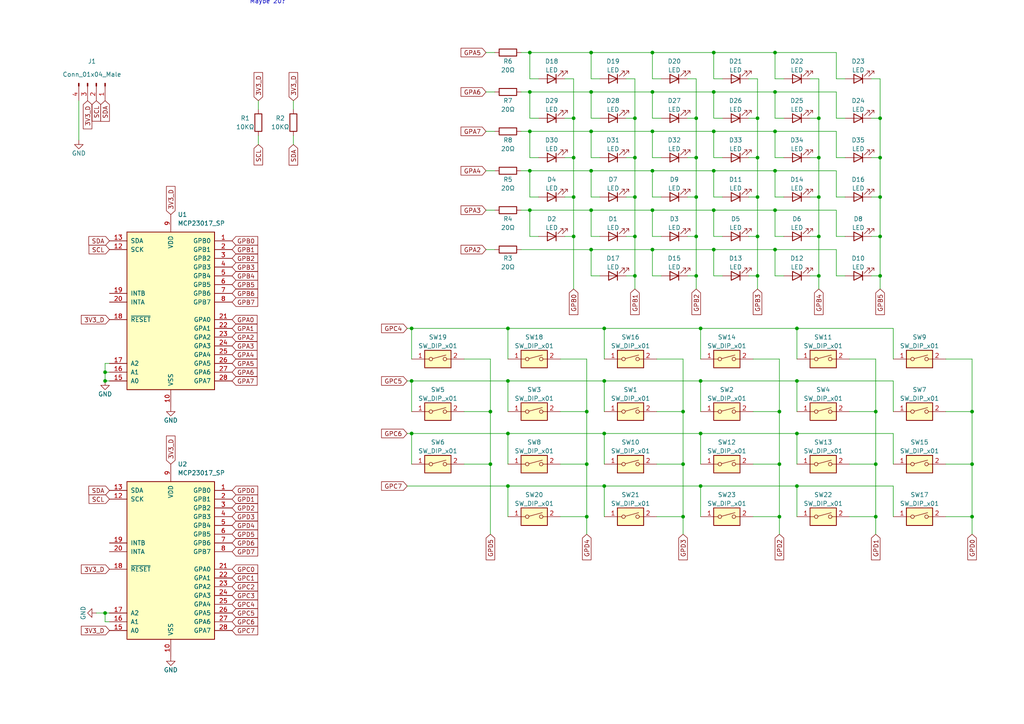
<source format=kicad_sch>
(kicad_sch (version 20211123) (generator eeschema)
  (paper "A4")
  (title_block (title "Daisy Seed Development Kit Step Sequencer Interface") (date "2024-01-22") (rev "2.0"))
  (lib_symbols
    (symbol "Connector:Conn_01x04_Male" (pin_names (offset 1.016) hide)
      (property "Reference" "J" (at 0 5.08 0))
      (property "Value" "Conn_01x04_Male" (at 0 -7.62 0))
      (symbol "Conn_01x04_Male_1_1"
        (polyline (pts (xy 1.27 -5.08) (xy 0.8636 -5.08)) (stroke (width 0.1524)))
        (polyline (pts (xy 1.27 -2.54) (xy 0.8636 -2.54)) (stroke (width 0.1524)))
        (polyline (pts (xy 1.27 0) (xy 0.8636 0)) (stroke (width 0.1524)))
        (polyline (pts (xy 1.27 2.54) (xy 0.8636 2.54)) (stroke (width 0.1524)))
        (rectangle (start 0.8636 -4.953) (end 0 -5.207) (stroke (width 0.1524)) (fill (type outline)))
        (rectangle (start 0.8636 -2.413) (end 0 -2.667) (stroke (width 0.1524)) (fill (type outline)))
        (rectangle (start 0.8636 0.127) (end 0 -0.127) (stroke (width 0.1524)) (fill (type outline)))
        (rectangle (start 0.8636 2.667) (end 0 2.413) (stroke (width 0.1524)) (fill (type outline)))
        (pin passive line (at 5.08 2.54 180) (length 3.81) (name "Pin_1") (number "1"))
        (pin passive line (at 5.08 0 180) (length 3.81) (name "Pin_2") (number "2"))
        (pin passive line (at 5.08 -2.54 180) (length 3.81) (name "Pin_3") (number "3"))
        (pin passive line (at 5.08 -5.08 180) (length 3.81) (name "Pin_4") (number "4"))
      )
    )
    (symbol "Device:LED" (pin_numbers hide) (pin_names (offset 1.016) hide)
      (property "Reference" "D" (at 0 2.54 0))
      (property "Value" "LED" (at 0 -2.54 0))
      (symbol "LED_0_1"
        (polyline (pts (xy -1.27 -1.27) (xy -1.27 1.27)) (stroke (width 0.254)))
        (polyline (pts (xy -1.27 0) (xy 1.27 0)))
        (polyline (pts (xy 1.27 -1.27) (xy 1.27 1.27) (xy -1.27 0) (xy 1.27 -1.27)) (stroke (width 0.254)))
        (polyline (pts (xy -3.048 -0.762) (xy -4.572 -2.286) (xy -3.81 -2.286) (xy -4.572 -2.286) (xy -4.572 -1.524)))
        (polyline (pts (xy -1.778 -0.762) (xy -3.302 -2.286) (xy -2.54 -2.286) (xy -3.302 -2.286) (xy -3.302 -1.524)))
      )
      (symbol "LED_1_1"
        (pin passive line (at -3.81 0 0) (length 2.54) (name "K") (number "1"))
        (pin passive line (at 3.81 0 180) (length 2.54) (name "A") (number "2"))
      )
    )
    (symbol "Device:R" (pin_numbers hide) (pin_names (offset 0))
      (property "Reference" "R" (at 2.032 0 90))
      (property "Value" "R" (at 0 0 90))
      (symbol "R_0_1"
        (rectangle (start -1.016 -2.54) (end 1.016 2.54) (stroke (width 0.254)))
      )
      (symbol "R_1_1"
        (pin passive line (at 0 3.81 270) (length 1.27) (name "~") (number "1"))
        (pin passive line (at 0 -3.81 90) (length 1.27) (name "~") (number "2"))
      )
    )
    (symbol "Interface_Expansion:MCP23017_SP" (pin_names (offset 1.016))
      (property "Reference" "U" (at -11.43 24.13 0))
      (property "Value" "MCP23017_SP" (at 0 0 0))
      (symbol "MCP23017_SP_0_1"
        (rectangle (start -12.7 22.86) (end 12.7 -22.86) (stroke (width 0.254)) (fill (type background)))
      )
      (symbol "MCP23017_SP_1_1"
        (pin bidirectional line (at 17.78 20.32 180) (length 5.08) (name "GPB0") (number "1"))
        (pin power_in line (at 0 -27.94 90) (length 5.08) (name "VSS") (number "10"))
        (pin no_connect line (at -12.7 15.24 0) (length 5.08) hide (name "NC") (number "11"))
        (pin input line (at -17.78 17.78 0) (length 5.08) (name "SCK") (number "12"))
        (pin bidirectional line (at -17.78 20.32 0) (length 5.08) (name "SDA") (number "13"))
        (pin no_connect line (at -12.7 12.7 0) (length 5.08) hide (name "NC") (number "14"))
        (pin input line (at -17.78 -20.32 0) (length 5.08) (name "A0") (number "15"))
        (pin input line (at -17.78 -17.78 0) (length 5.08) (name "A1") (number "16"))
        (pin input line (at -17.78 -15.24 0) (length 5.08) (name "A2") (number "17"))
        (pin input line (at -17.78 -2.54 0) (length 5.08) (name "~{RESET}") (number "18"))
        (pin tri_state line (at -17.78 5.08 0) (length 5.08) (name "INTB") (number "19"))
        (pin bidirectional line (at 17.78 17.78 180) (length 5.08) (name "GPB1") (number "2"))
        (pin tri_state line (at -17.78 2.54 0) (length 5.08) (name "INTA") (number "20"))
        (pin bidirectional line (at 17.78 -2.54 180) (length 5.08) (name "GPA0") (number "21"))
        (pin bidirectional line (at 17.78 -5.08 180) (length 5.08) (name "GPA1") (number "22"))
        (pin bidirectional line (at 17.78 -7.62 180) (length 5.08) (name "GPA2") (number "23"))
        (pin bidirectional line (at 17.78 -10.16 180) (length 5.08) (name "GPA3") (number "24"))
        (pin bidirectional line (at 17.78 -12.7 180) (length 5.08) (name "GPA4") (number "25"))
        (pin bidirectional line (at 17.78 -15.24 180) (length 5.08) (name "GPA5") (number "26"))
        (pin bidirectional line (at 17.78 -17.78 180) (length 5.08) (name "GPA6") (number "27"))
        (pin bidirectional line (at 17.78 -20.32 180) (length 5.08) (name "GPA7") (number "28"))
        (pin bidirectional line (at 17.78 15.24 180) (length 5.08) (name "GPB2") (number "3"))
        (pin bidirectional line (at 17.78 12.7 180) (length 5.08) (name "GPB3") (number "4"))
        (pin bidirectional line (at 17.78 10.16 180) (length 5.08) (name "GPB4") (number "5"))
        (pin bidirectional line (at 17.78 7.62 180) (length 5.08) (name "GPB5") (number "6"))
        (pin bidirectional line (at 17.78 5.08 180) (length 5.08) (name "GPB6") (number "7"))
        (pin bidirectional line (at 17.78 2.54 180) (length 5.08) (name "GPB7") (number "8"))
        (pin power_in line (at 0 27.94 270) (length 5.08) (name "VDD") (number "9"))
      )
    )
    (symbol "Switch:SW_DIP_x01" (pin_names (offset 0) hide)
      (property "Reference" "SW" (at 0 3.81 0))
      (property "Value" "SW_DIP_x01" (at 0 -3.81 0))
      (symbol "SW_DIP_x01_0_0"
        (circle (center -2.032 0) (radius 0.508))
        (polyline (pts (xy -1.524 0.127) (xy 2.3622 1.1684)))
        (circle (center 2.032 0) (radius 0.508))
      )
      (symbol "SW_DIP_x01_0_1"
        (rectangle (start -3.81 2.54) (end 3.81 -2.54) (stroke (width 0.254)) (fill (type background)))
      )
      (symbol "SW_DIP_x01_1_1"
        (pin passive line (at -7.62 0 0) (length 5.08) (name "~") (number "1"))
        (pin passive line (at 7.62 0 180) (length 5.08) (name "~") (number "2"))
      )
    )
    (symbol "power:GND" (power) (pin_names (offset 0))
      (property "Value" "GND" (at 0 -3.81 0))
      (symbol "GND_0_1"
        (polyline (pts (xy 0 0) (xy 0 -1.27) (xy 1.27 -1.27) (xy 0 -2.54) (xy -1.27 -1.27) (xy 0 -1.27)))
      )
      (symbol "GND_1_1"
        (pin power_in line (at 0 0 270) (length 0) hide (name "GND") (number "1"))
      )
    )
  )
  (junction (at 224.79 72.39))
  (junction (at 189.23 15.24))
  (junction (at 153.67 15.24))
  (junction (at 224.79 49.53))
  (junction (at 237.49 34.29))
  (junction (at 30.48 177.8))
  (junction (at 142.24 134.62))
  (junction (at 254 119.38))
  (junction (at 166.37 34.29))
  (junction (at 281.94 119.38))
  (junction (at 166.37 57.15))
  (junction (at 189.23 26.67))
  (junction (at 255.27 34.29))
  (junction (at 171.45 60.96))
  (junction (at 254 134.62))
  (junction (at 237.49 45.72))
  (junction (at 231.14 95.25))
  (junction (at 184.15 57.15))
  (junction (at 255.27 45.72))
  (junction (at 201.93 68.58))
  (junction (at 171.45 26.67))
  (junction (at 207.01 26.67))
  (junction (at 255.27 80.01))
  (junction (at 175.26 140.97))
  (junction (at 189.23 60.96))
  (junction (at 226.06 134.62))
  (junction (at 237.49 80.01))
  (junction (at 237.49 57.15))
  (junction (at 198.12 119.38))
  (junction (at 189.23 49.53))
  (junction (at 166.37 68.58))
  (junction (at 147.32 125.73))
  (junction (at 153.67 49.53))
  (junction (at 224.79 15.24))
  (junction (at 281.94 149.86))
  (junction (at 231.14 140.97))
  (junction (at 201.93 34.29))
  (junction (at 219.71 34.29))
  (junction (at 231.14 110.49))
  (junction (at 184.15 68.58))
  (junction (at 171.45 38.1))
  (junction (at 207.01 15.24))
  (junction (at 203.2 140.97))
  (junction (at 30.48 110.49))
  (junction (at 219.71 57.15))
  (junction (at 203.2 125.73))
  (junction (at 147.32 110.49))
  (junction (at 175.26 110.49))
  (junction (at 184.15 45.72))
  (junction (at 207.01 49.53))
  (junction (at 175.26 95.25))
  (junction (at 226.06 119.38))
  (junction (at 153.67 26.67))
  (junction (at 207.01 38.1))
  (junction (at 224.79 38.1))
  (junction (at 219.71 80.01))
  (junction (at 166.37 45.72))
  (junction (at 119.38 125.73))
  (junction (at 203.2 110.49))
  (junction (at 219.71 68.58))
  (junction (at 224.79 26.67))
  (junction (at 198.12 134.62))
  (junction (at 255.27 57.15))
  (junction (at 184.15 80.01))
  (junction (at 201.93 80.01))
  (junction (at 175.26 125.73))
  (junction (at 254 149.86))
  (junction (at 219.71 45.72))
  (junction (at 237.49 68.58))
  (junction (at 171.45 49.53))
  (junction (at 226.06 149.86))
  (junction (at 171.45 72.39))
  (junction (at 142.24 119.38))
  (junction (at 198.12 149.86))
  (junction (at 119.38 110.49))
  (junction (at 153.67 60.96))
  (junction (at 189.23 38.1))
  (junction (at 189.23 72.39))
  (junction (at 147.32 95.25))
  (junction (at 255.27 68.58))
  (junction (at 207.01 72.39))
  (junction (at 281.94 134.62))
  (junction (at 170.18 134.62))
  (junction (at 30.48 107.95))
  (junction (at 119.38 95.25))
  (junction (at 184.15 34.29))
  (junction (at 224.79 60.96))
  (junction (at 231.14 125.73))
  (junction (at 201.93 45.72))
  (junction (at 153.67 38.1))
  (junction (at 171.45 15.24))
  (junction (at 207.01 60.96))
  (junction (at 147.32 140.97))
  (junction (at 170.18 149.86))
  (junction (at 203.2 95.25))
  (junction (at 170.18 119.38))
  (junction (at 201.93 57.15))
  (wire (pts (xy 171.45 60.96) (xy 189.23 60.96)))
  (wire (pts (xy 281.94 134.62) (xy 281.94 119.38)))
  (wire (pts (xy 252.73 57.15) (xy 255.27 57.15)))
  (wire (pts (xy 224.79 34.29) (xy 227.33 34.29)))
  (wire (pts (xy 219.71 68.58) (xy 219.71 80.01)))
  (wire (pts (xy 207.01 80.01) (xy 209.55 80.01)))
  (wire (pts (xy 118.11 125.73) (xy 119.38 125.73)))
  (wire (pts (xy 217.17 34.29) (xy 219.71 34.29)))
  (wire (pts (xy 226.06 119.38) (xy 218.44 119.38)))
  (wire (pts (xy 231.14 140.97) (xy 231.14 149.86)))
  (wire (pts (xy 252.73 22.86) (xy 255.27 22.86)))
  (wire (pts (xy 162.56 104.14) (xy 170.18 104.14)))
  (wire (pts (xy 147.32 110.49) (xy 147.32 119.38)))
  (wire (pts (xy 163.83 45.72) (xy 166.37 45.72)))
  (wire (pts (xy 184.15 45.72) (xy 184.15 57.15)))
  (wire (pts (xy 255.27 57.15) (xy 255.27 68.58)))
  (wire (pts (xy 171.45 49.53) (xy 189.23 49.53)))
  (wire (pts (xy 142.24 119.38) (xy 142.24 134.62)))
  (wire (pts (xy 224.79 15.24) (xy 224.79 22.86)))
  (wire (pts (xy 171.45 15.24) (xy 189.23 15.24)))
  (wire (pts (xy 281.94 119.38) (xy 274.32 119.38)))
  (wire (pts (xy 219.71 34.29) (xy 219.71 45.72)))
  (wire (pts (xy 224.79 26.67) (xy 224.79 34.29)))
  (wire (pts (xy 242.57 26.67) (xy 242.57 34.29)))
  (wire (pts (xy 151.13 26.67) (xy 153.67 26.67)))
  (wire (pts (xy 166.37 68.58) (xy 166.37 83.82)))
  (wire (pts (xy 30.48 107.95) (xy 30.48 110.49)))
  (wire (pts (xy 242.57 45.72) (xy 245.11 45.72)))
  (wire (pts (xy 119.38 95.25) (xy 119.38 104.14)))
  (wire (pts (xy 281.94 119.38) (xy 281.94 104.14)))
  (wire (pts (xy 30.48 177.8) (xy 30.48 180.34)))
  (wire (pts (xy 254 104.14) (xy 254 119.38)))
  (wire (pts (xy 199.39 80.01) (xy 201.93 80.01)))
  (wire (pts (xy 175.26 110.49) (xy 175.26 119.38)))
  (wire (pts (xy 226.06 149.86) (xy 218.44 149.86)))
  (wire (pts (xy 207.01 57.15) (xy 209.55 57.15)))
  (wire (pts (xy 255.27 80.01) (xy 255.27 83.82)))
  (wire (pts (xy 207.01 68.58) (xy 209.55 68.58)))
  (wire (pts (xy 153.67 49.53) (xy 153.67 57.15)))
  (wire (pts (xy 140.97 26.67) (xy 143.51 26.67)))
  (wire (pts (xy 237.49 68.58) (xy 237.49 80.01)))
  (wire (pts (xy 201.93 80.01) (xy 201.93 83.82)))
  (wire (pts (xy 175.26 95.25) (xy 203.2 95.25)))
  (wire (pts (xy 153.67 26.67) (xy 171.45 26.67)))
  (wire (pts (xy 224.79 26.67) (xy 242.57 26.67)))
  (wire (pts (xy 189.23 38.1) (xy 207.01 38.1)))
  (wire (pts (xy 203.2 95.25) (xy 203.2 104.14)))
  (wire (pts (xy 201.93 22.86) (xy 201.93 34.29)))
  (wire (pts (xy 153.67 15.24) (xy 153.67 22.86)))
  (wire (pts (xy 162.56 134.62) (xy 170.18 134.62)))
  (wire (pts (xy 171.45 15.24) (xy 171.45 22.86)))
  (wire (pts (xy 153.67 60.96) (xy 171.45 60.96)))
  (wire (pts (xy 198.12 134.62) (xy 190.5 134.62)))
  (wire (pts (xy 231.14 95.25) (xy 259.08 95.25)))
  (wire (pts (xy 189.23 72.39) (xy 189.23 80.01)))
  (wire (pts (xy 140.97 38.1) (xy 143.51 38.1)))
  (wire (pts (xy 199.39 22.86) (xy 201.93 22.86)))
  (wire (pts (xy 147.32 125.73) (xy 147.32 134.62)))
  (wire (pts (xy 175.26 140.97) (xy 203.2 140.97)))
  (wire (pts (xy 234.95 80.01) (xy 237.49 80.01)))
  (wire (pts (xy 171.45 72.39) (xy 171.45 80.01)))
  (wire (pts (xy 134.62 134.62) (xy 142.24 134.62)))
  (wire (pts (xy 181.61 57.15) (xy 184.15 57.15)))
  (wire (pts (xy 171.45 26.67) (xy 171.45 34.29)))
  (wire (pts (xy 184.15 80.01) (xy 184.15 83.82)))
  (wire (pts (xy 207.01 22.86) (xy 209.55 22.86)))
  (wire (pts (xy 224.79 57.15) (xy 227.33 57.15)))
  (wire (pts (xy 163.83 22.86) (xy 166.37 22.86)))
  (wire (pts (xy 162.56 149.86) (xy 170.18 149.86)))
  (wire (pts (xy 226.06 134.62) (xy 226.06 119.38)))
  (wire (pts (xy 85.09 39.37) (xy 85.09 41.91)))
  (wire (pts (xy 171.45 72.39) (xy 189.23 72.39)))
  (wire (pts (xy 203.2 140.97) (xy 203.2 149.86)))
  (wire (pts (xy 224.79 60.96) (xy 242.57 60.96)))
  (wire (pts (xy 217.17 80.01) (xy 219.71 80.01)))
  (wire (pts (xy 140.97 49.53) (xy 143.51 49.53)))
  (wire (pts (xy 281.94 149.86) (xy 274.32 149.86)))
  (wire (pts (xy 207.01 49.53) (xy 224.79 49.53)))
  (wire (pts (xy 242.57 80.01) (xy 245.11 80.01)))
  (wire (pts (xy 226.06 149.86) (xy 226.06 154.94)))
  (wire (pts (xy 231.14 95.25) (xy 231.14 104.14)))
  (wire (pts (xy 153.67 26.67) (xy 153.67 34.29)))
  (wire (pts (xy 171.45 68.58) (xy 173.99 68.58)))
  (wire (pts (xy 199.39 45.72) (xy 201.93 45.72)))
  (wire (pts (xy 224.79 68.58) (xy 227.33 68.58)))
  (wire (pts (xy 207.01 60.96) (xy 224.79 60.96)))
  (wire (pts (xy 171.45 80.01) (xy 173.99 80.01)))
  (wire (pts (xy 175.26 110.49) (xy 203.2 110.49)))
  (wire (pts (xy 175.26 95.25) (xy 175.26 104.14)))
  (wire (pts (xy 181.61 80.01) (xy 184.15 80.01)))
  (wire (pts (xy 224.79 49.53) (xy 224.79 57.15)))
  (wire (pts (xy 166.37 34.29) (xy 166.37 45.72)))
  (wire (pts (xy 224.79 49.53) (xy 242.57 49.53)))
  (wire (pts (xy 219.71 80.01) (xy 219.71 83.82)))
  (wire (pts (xy 153.67 68.58) (xy 156.21 68.58)))
  (wire (pts (xy 234.95 22.86) (xy 237.49 22.86)))
  (wire (pts (xy 254 149.86) (xy 254 154.94)))
  (wire (pts (xy 201.93 68.58) (xy 201.93 80.01)))
  (wire (pts (xy 27.94 177.8) (xy 30.48 177.8)))
  (wire (pts (xy 226.06 119.38) (xy 226.06 104.14)))
  (wire (pts (xy 217.17 45.72) (xy 219.71 45.72)))
  (wire (pts (xy 252.73 45.72) (xy 255.27 45.72)))
  (wire (pts (xy 22.86 29.21) (xy 22.86 40.64)))
  (wire (pts (xy 255.27 45.72) (xy 255.27 57.15)))
  (wire (pts (xy 281.94 134.62) (xy 274.32 134.62)))
  (wire (pts (xy 153.67 15.24) (xy 171.45 15.24)))
  (wire (pts (xy 163.83 57.15) (xy 166.37 57.15)))
  (wire (pts (xy 254 134.62) (xy 254 149.86)))
  (wire (pts (xy 281.94 149.86) (xy 281.94 154.94)))
  (wire (pts (xy 181.61 45.72) (xy 184.15 45.72)))
  (wire (pts (xy 207.01 60.96) (xy 207.01 68.58)))
  (wire (pts (xy 231.14 110.49) (xy 259.08 110.49)))
  (wire (pts (xy 171.45 45.72) (xy 173.99 45.72)))
  (wire (pts (xy 189.23 22.86) (xy 191.77 22.86)))
  (wire (pts (xy 153.67 34.29) (xy 156.21 34.29)))
  (wire (pts (xy 134.62 119.38) (xy 142.24 119.38)))
  (wire (pts (xy 201.93 34.29) (xy 201.93 45.72)))
  (wire (pts (xy 219.71 57.15) (xy 219.71 68.58)))
  (wire (pts (xy 170.18 149.86) (xy 170.18 154.94)))
  (wire (pts (xy 252.73 80.01) (xy 255.27 80.01)))
  (wire (pts (xy 147.32 110.49) (xy 175.26 110.49)))
  (wire (pts (xy 153.67 49.53) (xy 171.45 49.53)))
  (wire (pts (xy 242.57 34.29) (xy 245.11 34.29)))
  (wire (pts (xy 207.01 49.53) (xy 207.01 57.15)))
  (wire (pts (xy 30.48 107.95) (xy 31.75 107.95)))
  (wire (pts (xy 242.57 15.24) (xy 242.57 22.86)))
  (wire (pts (xy 217.17 57.15) (xy 219.71 57.15)))
  (wire (pts (xy 242.57 60.96) (xy 242.57 68.58)))
  (wire (pts (xy 246.38 104.14) (xy 254 104.14)))
  (wire (pts (xy 237.49 57.15) (xy 237.49 68.58)))
  (wire (pts (xy 189.23 80.01) (xy 191.77 80.01)))
  (wire (pts (xy 166.37 57.15) (xy 166.37 68.58)))
  (wire (pts (xy 119.38 110.49) (xy 147.32 110.49)))
  (wire (pts (xy 207.01 34.29) (xy 209.55 34.29)))
  (wire (pts (xy 217.17 22.86) (xy 219.71 22.86)))
  (wire (pts (xy 207.01 15.24) (xy 207.01 22.86)))
  (wire (pts (xy 242.57 38.1) (xy 242.57 45.72)))
  (wire (pts (xy 259.08 134.62) (xy 259.08 125.73)))
  (wire (pts (xy 224.79 45.72) (xy 227.33 45.72)))
  (wire (pts (xy 153.67 57.15) (xy 156.21 57.15)))
  (wire (pts (xy 207.01 38.1) (xy 207.01 45.72)))
  (wire (pts (xy 153.67 60.96) (xy 153.67 68.58)))
  (wire (pts (xy 231.14 110.49) (xy 231.14 119.38)))
  (wire (pts (xy 162.56 119.38) (xy 170.18 119.38)))
  (wire (pts (xy 30.48 110.49) (xy 31.75 110.49)))
  (wire (pts (xy 190.5 104.14) (xy 198.12 104.14)))
  (wire (pts (xy 242.57 57.15) (xy 245.11 57.15)))
  (wire (pts (xy 30.48 105.41) (xy 30.48 107.95)))
  (wire (pts (xy 224.79 22.86) (xy 227.33 22.86)))
  (wire (pts (xy 171.45 57.15) (xy 173.99 57.15)))
  (wire (pts (xy 147.32 140.97) (xy 147.32 149.86)))
  (wire (pts (xy 237.49 80.01) (xy 237.49 83.82)))
  (wire (pts (xy 119.38 125.73) (xy 119.38 134.62)))
  (wire (pts (xy 171.45 49.53) (xy 171.45 57.15)))
  (wire (pts (xy 184.15 68.58) (xy 184.15 80.01)))
  (wire (pts (xy 224.79 80.01) (xy 227.33 80.01)))
  (wire (pts (xy 242.57 68.58) (xy 245.11 68.58)))
  (wire (pts (xy 189.23 34.29) (xy 191.77 34.29)))
  (wire (pts (xy 170.18 134.62) (xy 170.18 149.86)))
  (wire (pts (xy 198.12 134.62) (xy 198.12 149.86)))
  (wire (pts (xy 119.38 110.49) (xy 119.38 119.38)))
  (wire (pts (xy 224.79 60.96) (xy 224.79 68.58)))
  (wire (pts (xy 231.14 125.73) (xy 259.08 125.73)))
  (wire (pts (xy 171.45 26.67) (xy 189.23 26.67)))
  (wire (pts (xy 203.2 95.25) (xy 231.14 95.25)))
  (wire (pts (xy 140.97 72.39) (xy 143.51 72.39)))
  (wire (pts (xy 151.13 72.39) (xy 171.45 72.39)))
  (wire (pts (xy 203.2 140.97) (xy 231.14 140.97)))
  (wire (pts (xy 198.12 119.38) (xy 190.5 119.38)))
  (wire (pts (xy 189.23 26.67) (xy 207.01 26.67)))
  (wire (pts (xy 189.23 38.1) (xy 189.23 45.72)))
  (wire (pts (xy 163.83 34.29) (xy 166.37 34.29)))
  (wire (pts (xy 151.13 49.53) (xy 153.67 49.53)))
  (wire (pts (xy 189.23 60.96) (xy 207.01 60.96)))
  (wire (pts (xy 242.57 49.53) (xy 242.57 57.15)))
  (wire (pts (xy 171.45 34.29) (xy 173.99 34.29)))
  (wire (pts (xy 254 119.38) (xy 254 134.62)))
  (wire (pts (xy 140.97 60.96) (xy 143.51 60.96)))
  (wire (pts (xy 175.26 140.97) (xy 175.26 149.86)))
  (wire (pts (xy 207.01 26.67) (xy 207.01 34.29)))
  (wire (pts (xy 118.11 95.25) (xy 119.38 95.25)))
  (wire (pts (xy 181.61 34.29) (xy 184.15 34.29)))
  (wire (pts (xy 274.32 104.14) (xy 281.94 104.14)))
  (wire (pts (xy 31.75 177.8) (xy 30.48 177.8)))
  (wire (pts (xy 85.09 31.75) (xy 85.09 29.21)))
  (wire (pts (xy 189.23 57.15) (xy 191.77 57.15)))
  (wire (pts (xy 198.12 149.86) (xy 190.5 149.86)))
  (wire (pts (xy 234.95 45.72) (xy 237.49 45.72)))
  (wire (pts (xy 217.17 68.58) (xy 219.71 68.58)))
  (wire (pts (xy 140.97 15.24) (xy 143.51 15.24)))
  (wire (pts (xy 255.27 34.29) (xy 255.27 45.72)))
  (wire (pts (xy 189.23 26.67) (xy 189.23 34.29)))
  (wire (pts (xy 255.27 68.58) (xy 255.27 80.01)))
  (wire (pts (xy 189.23 15.24) (xy 189.23 22.86)))
  (wire (pts (xy 226.06 134.62) (xy 226.06 149.86)))
  (wire (pts (xy 246.38 134.62) (xy 254 134.62)))
  (wire (pts (xy 246.38 119.38) (xy 254 119.38)))
  (wire (pts (xy 259.08 104.14) (xy 259.08 95.25)))
  (wire (pts (xy 184.15 22.86) (xy 184.15 34.29)))
  (wire (pts (xy 147.32 125.73) (xy 175.26 125.73)))
  (wire (pts (xy 181.61 68.58) (xy 184.15 68.58)))
  (wire (pts (xy 242.57 72.39) (xy 242.57 80.01)))
  (wire (pts (xy 224.79 72.39) (xy 224.79 80.01)))
  (wire (pts (xy 166.37 45.72) (xy 166.37 57.15)))
  (wire (pts (xy 147.32 95.25) (xy 175.26 95.25)))
  (wire (pts (xy 234.95 57.15) (xy 237.49 57.15)))
  (wire (pts (xy 198.12 149.86) (xy 198.12 154.94)))
  (wire (pts (xy 184.15 34.29) (xy 184.15 45.72)))
  (wire (pts (xy 189.23 15.24) (xy 207.01 15.24)))
  (wire (pts (xy 189.23 60.96) (xy 189.23 68.58)))
  (wire (pts (xy 184.15 57.15) (xy 184.15 68.58)))
  (wire (pts (xy 219.71 45.72) (xy 219.71 57.15)))
  (wire (pts (xy 246.38 149.86) (xy 254 149.86)))
  (wire (pts (xy 207.01 72.39) (xy 224.79 72.39)))
  (wire (pts (xy 171.45 38.1) (xy 189.23 38.1)))
  (wire (pts (xy 119.38 125.73) (xy 147.32 125.73)))
  (wire (pts (xy 237.49 34.29) (xy 237.49 45.72)))
  (wire (pts (xy 175.26 125.73) (xy 175.26 134.62)))
  (wire (pts (xy 224.79 72.39) (xy 242.57 72.39)))
  (wire (pts (xy 203.2 125.73) (xy 203.2 134.62)))
  (wire (pts (xy 189.23 72.39) (xy 207.01 72.39)))
  (wire (pts (xy 147.32 140.97) (xy 175.26 140.97)))
  (wire (pts (xy 147.32 95.25) (xy 147.32 104.14)))
  (wire (pts (xy 234.95 68.58) (xy 237.49 68.58)))
  (wire (pts (xy 252.73 34.29) (xy 255.27 34.29)))
  (wire (pts (xy 199.39 34.29) (xy 201.93 34.29)))
  (wire (pts (xy 198.12 119.38) (xy 198.12 104.14)))
  (wire (pts (xy 231.14 140.97) (xy 259.08 140.97)))
  (wire (pts (xy 119.38 95.25) (xy 147.32 95.25)))
  (wire (pts (xy 153.67 45.72) (xy 156.21 45.72)))
  (wire (pts (xy 224.79 15.24) (xy 242.57 15.24)))
  (wire (pts (xy 252.73 68.58) (xy 255.27 68.58)))
  (wire (pts (xy 207.01 38.1) (xy 224.79 38.1)))
  (wire (pts (xy 259.08 149.86) (xy 259.08 140.97)))
  (wire (pts (xy 171.45 60.96) (xy 171.45 68.58)))
  (wire (pts (xy 189.23 49.53) (xy 207.01 49.53)))
  (wire (pts (xy 171.45 38.1) (xy 171.45 45.72)))
  (wire (pts (xy 166.37 22.86) (xy 166.37 34.29)))
  (wire (pts (xy 237.49 45.72) (xy 237.49 57.15)))
  (wire (pts (xy 189.23 68.58) (xy 191.77 68.58)))
  (wire (pts (xy 118.11 140.97) (xy 147.32 140.97)))
  (wire (pts (xy 201.93 45.72) (xy 201.93 57.15)))
  (wire (pts (xy 30.48 180.34) (xy 31.75 180.34)))
  (wire (pts (xy 189.23 45.72) (xy 191.77 45.72)))
  (wire (pts (xy 151.13 60.96) (xy 153.67 60.96)))
  (wire (pts (xy 170.18 119.38) (xy 170.18 134.62)))
  (wire (pts (xy 203.2 110.49) (xy 203.2 119.38)))
  (wire (pts (xy 153.67 22.86) (xy 156.21 22.86)))
  (wire (pts (xy 198.12 134.62) (xy 198.12 119.38)))
  (wire (pts (xy 224.79 38.1) (xy 224.79 45.72)))
  (wire (pts (xy 259.08 119.38) (xy 259.08 110.49)))
  (wire (pts (xy 219.71 22.86) (xy 219.71 34.29)))
  (wire (pts (xy 151.13 38.1) (xy 153.67 38.1)))
  (wire (pts (xy 170.18 104.14) (xy 170.18 119.38)))
  (wire (pts (xy 74.93 39.37) (xy 74.93 41.91)))
  (wire (pts (xy 237.49 22.86) (xy 237.49 34.29)))
  (wire (pts (xy 189.23 49.53) (xy 189.23 57.15)))
  (wire (pts (xy 203.2 125.73) (xy 231.14 125.73)))
  (wire (pts (xy 207.01 26.67) (xy 224.79 26.67)))
  (wire (pts (xy 134.62 104.14) (xy 142.24 104.14)))
  (wire (pts (xy 207.01 72.39) (xy 207.01 80.01)))
  (wire (pts (xy 199.39 57.15) (xy 201.93 57.15)))
  (wire (pts (xy 207.01 15.24) (xy 224.79 15.24)))
  (wire (pts (xy 163.83 68.58) (xy 166.37 68.58)))
  (wire (pts (xy 74.93 31.75) (xy 74.93 29.21)))
  (wire (pts (xy 153.67 38.1) (xy 153.67 45.72)))
  (wire (pts (xy 31.75 105.41) (xy 30.48 105.41)))
  (wire (pts (xy 201.93 57.15) (xy 201.93 68.58)))
  (wire (pts (xy 171.45 22.86) (xy 173.99 22.86)))
  (wire (pts (xy 234.95 34.29) (xy 237.49 34.29)))
  (wire (pts (xy 181.61 22.86) (xy 184.15 22.86)))
  (wire (pts (xy 207.01 45.72) (xy 209.55 45.72)))
  (wire (pts (xy 255.27 22.86) (xy 255.27 34.29)))
  (wire (pts (xy 281.94 134.62) (xy 281.94 149.86)))
  (wire (pts (xy 242.57 22.86) (xy 245.11 22.86)))
  (wire (pts (xy 231.14 125.73) (xy 231.14 134.62)))
  (wire (pts (xy 199.39 68.58) (xy 201.93 68.58)))
  (wire (pts (xy 224.79 38.1) (xy 242.57 38.1)))
  (wire (pts (xy 118.11 110.49) (xy 119.38 110.49)))
  (wire (pts (xy 226.06 134.62) (xy 218.44 134.62)))
  (wire (pts (xy 142.24 134.62) (xy 142.24 154.94)))
  (wire (pts (xy 153.67 38.1) (xy 171.45 38.1)))
  (wire (pts (xy 151.13 15.24) (xy 153.67 15.24)))
  (wire (pts (xy 226.06 104.14) (xy 218.44 104.14)))
  (wire (pts (xy 203.2 110.49) (xy 231.14 110.49)))
  (wire (pts (xy 142.24 104.14) (xy 142.24 119.38)))
  (wire (pts (xy 175.26 125.73) (xy 203.2 125.73)))
  (text "Maybe 20?" (at 72.39 1.27 0) (effects (font (size 1.27 1.27)) (justify left bottom)))
  (global_label "GPA3" (shape input) (at 140.97 60.96 180) (property "Intersheet References" "${INTERSHEET_REFS}" (effects hide)))
  (global_label "GPA6" (shape input) (at 67.31 107.95 0) (property "Intersheet References" "${INTERSHEET_REFS}" (effects hide)))
  (global_label "GPB0" (shape input) (at 67.31 69.85 0) (property "Intersheet References" "${INTERSHEET_REFS}" (effects hide)))
  (global_label "GPA1" (shape input) (at 67.31 95.25 0) (property "Intersheet References" "${INTERSHEET_REFS}" (effects hide)))
  (global_label "GPA5" (shape input) (at 67.31 105.41 0) (property "Intersheet References" "${INTERSHEET_REFS}" (effects hide)))
  (global_label "3V3_D" (shape input) (at 49.53 62.23 90) (property "Intersheet References" "${INTERSHEET_REFS}" (effects hide)))
  (global_label "3V3_D" (shape input) (at 31.75 165.1 180) (property "Intersheet References" "${INTERSHEET_REFS}" (effects hide)))
  (global_label "GPB1" (shape input) (at 67.31 72.39 0) (property "Intersheet References" "${INTERSHEET_REFS}" (effects hide)))
  (global_label "GPB2" (shape input) (at 67.31 74.93 0) (property "Intersheet References" "${INTERSHEET_REFS}" (effects hide)))
  (global_label "GPA0" (shape input) (at 67.31 92.71 0) (property "Intersheet References" "${INTERSHEET_REFS}" (effects hide)))
  (global_label "GPD0" (shape input) (at 281.94 154.94 270) (property "Intersheet References" "${INTERSHEET_REFS}" (effects hide)))
  (global_label "GPD3" (shape input) (at 198.12 154.94 270) (property "Intersheet References" "${INTERSHEET_REFS}" (effects hide)))
  (global_label "3V3_D" (shape input) (at 74.93 29.21 90) (property "Intersheet References" "${INTERSHEET_REFS}" (effects hide)))
  (global_label "SDA" (shape input) (at 31.75 142.24 180) (property "Intersheet References" "${INTERSHEET_REFS}" (effects hide)))
  (global_label "GPD1" (shape input) (at 67.31 144.78 0) (property "Intersheet References" "${INTERSHEET_REFS}" (effects hide)))
  (global_label "GPD6" (shape input) (at 67.31 157.48 0) (property "Intersheet References" "${INTERSHEET_REFS}" (effects hide)))
  (global_label "GPB3" (shape input) (at 219.71 83.82 270) (property "Intersheet References" "${INTERSHEET_REFS}" (effects hide)))
  (global_label "GPD7" (shape input) (at 67.31 160.02 0) (property "Intersheet References" "${INTERSHEET_REFS}" (effects hide)))
  (global_label "GPA7" (shape input) (at 140.97 38.1 180) (property "Intersheet References" "${INTERSHEET_REFS}" (effects hide)))
  (global_label "GPD5" (shape input) (at 142.24 154.94 270) (property "Intersheet References" "${INTERSHEET_REFS}" (effects hide)))
  (global_label "GPA4" (shape input) (at 67.31 102.87 0) (property "Intersheet References" "${INTERSHEET_REFS}" (effects hide)))
  (global_label "SCL" (shape input) (at 31.75 72.39 180) (property "Intersheet References" "${INTERSHEET_REFS}" (effects hide)))
  (global_label "GPA3" (shape input) (at 67.31 100.33 0) (property "Intersheet References" "${INTERSHEET_REFS}" (effects hide)))
  (global_label "GPC5" (shape input) (at 118.11 110.49 180) (property "Intersheet References" "${INTERSHEET_REFS}" (effects hide)))
  (global_label "GPB7" (shape input) (at 67.31 87.63 0) (property "Intersheet References" "${INTERSHEET_REFS}" (effects hide)))
  (global_label "GPB5" (shape input) (at 67.31 82.55 0) (property "Intersheet References" "${INTERSHEET_REFS}" (effects hide)))
  (global_label "SDA" (shape input) (at 30.48 29.21 270) (property "Intersheet References" "${INTERSHEET_REFS}" (effects hide)))
  (global_label "GPA7" (shape input) (at 67.31 110.49 0) (property "Intersheet References" "${INTERSHEET_REFS}" (effects hide)))
  (global_label "GPC6" (shape input) (at 118.11 125.73 180) (property "Intersheet References" "${INTERSHEET_REFS}" (effects hide)))
  (global_label "GPD1" (shape input) (at 254 154.94 270) (property "Intersheet References" "${INTERSHEET_REFS}" (effects hide)))
  (global_label "GPD0" (shape input) (at 67.31 142.24 0) (property "Intersheet References" "${INTERSHEET_REFS}" (effects hide)))
  (global_label "GPD5" (shape input) (at 67.31 154.94 0) (property "Intersheet References" "${INTERSHEET_REFS}" (effects hide)))
  (global_label "GPA4" (shape input) (at 140.97 49.53 180) (property "Intersheet References" "${INTERSHEET_REFS}" (effects hide)))
  (global_label "GPB4" (shape input) (at 237.49 83.82 270) (property "Intersheet References" "${INTERSHEET_REFS}" (effects hide)))
  (global_label "SCL" (shape input) (at 27.94 29.21 270) (property "Intersheet References" "${INTERSHEET_REFS}" (effects hide)))
  (global_label "GPC4" (shape input) (at 118.11 95.25 180) (property "Intersheet References" "${INTERSHEET_REFS}" (effects hide)))
  (global_label "GPB5" (shape input) (at 255.27 83.82 270) (property "Intersheet References" "${INTERSHEET_REFS}" (effects hide)))
  (global_label "SCL" (shape input) (at 31.75 144.78 180) (property "Intersheet References" "${INTERSHEET_REFS}" (effects hide)))
  (global_label "GPC6" (shape input) (at 67.31 180.34 0) (property "Intersheet References" "${INTERSHEET_REFS}" (effects hide)))
  (global_label "3V3_D" (shape input) (at 49.53 134.62 90) (property "Intersheet References" "${INTERSHEET_REFS}" (effects hide)))
  (global_label "GPB1" (shape input) (at 184.15 83.82 270) (property "Intersheet References" "${INTERSHEET_REFS}" (effects hide)))
  (global_label "3V3_D" (shape input) (at 25.4 29.21 270) (property "Intersheet References" "${INTERSHEET_REFS}" (effects hide)))
  (global_label "SDA" (shape input) (at 85.09 41.91 270) (property "Intersheet References" "${INTERSHEET_REFS}" (effects hide)))
  (global_label "GPC1" (shape input) (at 67.31 167.64 0) (property "Intersheet References" "${INTERSHEET_REFS}" (effects hide)))
  (global_label "GPD2" (shape input) (at 67.31 147.32 0) (property "Intersheet References" "${INTERSHEET_REFS}" (effects hide)))
  (global_label "GPD2" (shape input) (at 226.06 154.94 270) (property "Intersheet References" "${INTERSHEET_REFS}" (effects hide)))
  (global_label "3V3_D" (shape input) (at 31.75 92.71 180) (property "Intersheet References" "${INTERSHEET_REFS}" (effects hide)))
  (global_label "GPB2" (shape input) (at 201.93 83.82 270) (property "Intersheet References" "${INTERSHEET_REFS}" (effects hide)))
  (global_label "GPD4" (shape input) (at 170.18 154.94 270) (property "Intersheet References" "${INTERSHEET_REFS}" (effects hide)))
  (global_label "GPA6" (shape input) (at 140.97 26.67 180) (property "Intersheet References" "${INTERSHEET_REFS}" (effects hide)))
  (global_label "3V3_D" (shape input) (at 31.75 182.88 180) (property "Intersheet References" "${INTERSHEET_REFS}" (effects hide)))
  (global_label "SDA" (shape input) (at 31.75 69.85 180) (property "Intersheet References" "${INTERSHEET_REFS}" (effects hide)))
  (global_label "GPD4" (shape input) (at 67.31 152.4 0) (property "Intersheet References" "${INTERSHEET_REFS}" (effects hide)))
  (global_label "3V3_D" (shape input) (at 85.09 29.21 90) (property "Intersheet References" "${INTERSHEET_REFS}" (effects hide)))
  (global_label "GPD3" (shape input) (at 67.31 149.86 0) (property "Intersheet References" "${INTERSHEET_REFS}" (effects hide)))
  (global_label "GPC5" (shape input) (at 67.31 177.8 0) (property "Intersheet References" "${INTERSHEET_REFS}" (effects hide)))
  (global_label "GPB3" (shape input) (at 67.31 77.47 0) (property "Intersheet References" "${INTERSHEET_REFS}" (effects hide)))
  (global_label "GPC0" (shape input) (at 67.31 165.1 0) (property "Intersheet References" "${INTERSHEET_REFS}" (effects hide)))
  (global_label "GPB4" (shape input) (at 67.31 80.01 0) (property "Intersheet References" "${INTERSHEET_REFS}" (effects hide)))
  (global_label "GPA2" (shape input) (at 140.97 72.39 180) (property "Intersheet References" "${INTERSHEET_REFS}" (effects hide)))
  (global_label "GPB0" (shape input) (at 166.37 83.82 270) (property "Intersheet References" "${INTERSHEET_REFS}" (effects hide)))
  (global_label "GPC4" (shape input) (at 67.31 175.26 0) (property "Intersheet References" "${INTERSHEET_REFS}" (effects hide)))
  (global_label "GPA2" (shape input) (at 67.31 97.79 0) (property "Intersheet References" "${INTERSHEET_REFS}" (effects hide)))
  (global_label "GPC2" (shape input) (at 67.31 170.18 0) (property "Intersheet References" "${INTERSHEET_REFS}" (effects hide)))
  (global_label "GPC3" (shape input) (at 67.31 172.72 0) (property "Intersheet References" "${INTERSHEET_REFS}" (effects hide)))
  (global_label "GPC7" (shape input) (at 67.31 182.88 0) (property "Intersheet References" "${INTERSHEET_REFS}" (effects hide)))
  (global_label "GPA5" (shape input) (at 140.97 15.24 180) (property "Intersheet References" "${INTERSHEET_REFS}" (effects hide)))
  (global_label "GPB6" (shape input) (at 67.31 85.09 0) (property "Intersheet References" "${INTERSHEET_REFS}" (effects hide)))
  (global_label "GPC7" (shape input) (at 118.11 140.97 180) (property "Intersheet References" "${INTERSHEET_REFS}" (effects hide)))
  (global_label "SCL" (shape input) (at 74.93 41.91 270) (property "Intersheet References" "${INTERSHEET_REFS}" (effects hide)))
  (symbol (lib_id "Device:LED") (at 160.02 22.86 180) (unit 1)
    (property "Reference" "D18" (at 160.02 17.78 0))
    (property "Value" "LED" (at 160.02 20.32 0))
    (property "Footprint" "LED_THT:LED_D3.0mm" (effects hide))
  )
  (symbol (lib_id "Device:LED") (at 195.58 45.72 180) (unit 1)
    (property "Reference" "D32" (at 195.58 40.64 0))
    (property "Value" "LED" (at 195.58 43.18 0))
    (property "Footprint" "LED_THT:LED_D3.0mm" (effects hide))
  )
  (symbol (lib_id "Switch:SW_DIP_x01") (at 210.82 119.38 0) (unit 1)
    (property "Reference" "SW2" (at 210.82 113.03 0))
    (property "Value" "SW_DIP_x01" (at 210.82 115.57 0))
    (property "Footprint" "Button_Switch_THT:SW_PUSH_6mm" (effects hide))
  )
  (symbol (lib_id "Interface_Expansion:MCP23017_SP") (at 49.53 90.17 0) (unit 1)
    (property "Reference" "U1" (at 51.5494 62.23 0) (effects (justify left)))
    (property "Value" "MCP23017_SP" (at 51.5494 64.77 0) (effects (justify left)))
    (property "Footprint" "Package_DIP:DIP-28_W7.62mm" (effects hide))
    (property "Datasheet" "http://ww1.microchip.com/downloads/en/DeviceDoc/20001952C.pdf" (effects hide))
  )
  (symbol (lib_id "Switch:SW_DIP_x01") (at 238.76 149.86 0) (unit 1)
    (property "Reference" "SW22" (at 238.76 143.51 0))
    (property "Value" "SW_DIP_x01" (at 238.76 146.05 0))
    (property "Footprint" "Button_Switch_THT:SW_PUSH_6mm" (effects hide))
  )
  (symbol (lib_id "Device:LED") (at 195.58 80.01 180) (unit 1)
    (property "Reference" "D15" (at 195.58 74.93 0))
    (property "Value" "LED" (at 195.58 77.47 0))
    (property "Footprint" "LED_THT:LED_D3.0mm" (effects hide))
  )
  (symbol (lib_id "Switch:SW_DIP_x01") (at 127 134.62 0) (unit 1)
    (property "Reference" "SW6" (at 127 128.27 0))
    (property "Value" "SW_DIP_x01" (at 127 130.81 0))
    (property "Footprint" "Button_Switch_THT:SW_PUSH_6mm" (effects hide))
  )
  (symbol (lib_id "Device:LED") (at 231.14 34.29 180) (unit 1)
    (property "Reference" "D25" (at 231.14 29.21 0))
    (property "Value" "LED" (at 231.14 31.75 0))
    (property "Footprint" "LED_THT:LED_D3.0mm" (effects hide))
  )
  (symbol (lib_id "Device:LED") (at 195.58 57.15 180) (unit 1)
    (property "Reference" "D9" (at 195.58 52.07 0))
    (property "Value" "LED" (at 195.58 54.61 0))
    (property "Footprint" "LED_THT:LED_D3.0mm" (effects hide))
  )
  (symbol (lib_id "Device:LED") (at 248.92 80.01 180) (unit 1)
    (property "Reference" "D10" (at 248.92 74.93 0))
    (property "Value" "LED" (at 248.92 77.47 0))
    (property "Footprint" "LED_THT:LED_D3.0mm" (effects hide))
  )
  (symbol (lib_id "power:GND") (at 22.86 40.64 0) (mirror y) (unit 1)
    (property "Reference" "#PWR0101" (effects hide))
    (property "Value" "GND" (at 22.86 44.45 0))
  )
  (symbol (lib_id "Switch:SW_DIP_x01") (at 154.94 104.14 0) (unit 1)
    (property "Reference" "SW18" (at 154.94 97.79 0))
    (property "Value" "SW_DIP_x01" (at 154.94 100.33 0))
    (property "Footprint" "Button_Switch_THT:SW_PUSH_6mm" (effects hide))
  )
  (symbol (lib_id "Device:R") (at 147.32 72.39 90) (unit 1)
    (property "Reference" "R3" (at 147.32 74.93 90))
    (property "Value" "20Ω" (at 147.32 77.47 90))
    (property "Footprint" "Resistor_THT:R_Axial_DIN0207_L6.3mm_D2.5mm_P10.16mm_Horizontal" (effects hide))
  )
  (symbol (lib_id "Device:R") (at 147.32 26.67 90) (unit 1)
    (property "Reference" "R7" (at 147.32 29.21 90))
    (property "Value" "20Ω" (at 147.32 31.75 90))
    (property "Footprint" "Resistor_THT:R_Axial_DIN0207_L6.3mm_D2.5mm_P10.16mm_Horizontal" (effects hide))
  )
  (symbol (lib_id "Device:LED") (at 177.8 68.58 180) (unit 1)
    (property "Reference" "D1" (at 177.8 63.5 0))
    (property "Value" "LED" (at 177.8 66.04 0))
    (property "Footprint" "LED_THT:LED_D3.0mm" (effects hide))
  )
  (symbol (lib_id "power:GND") (at 49.53 190.5 0) (mirror y) (unit 1)
    (property "Reference" "#PWR0104" (effects hide))
    (property "Value" "GND" (at 49.53 194.31 0))
  )
  (symbol (lib_id "Device:LED") (at 177.8 34.29 180) (unit 1)
    (property "Reference" "D28" (at 177.8 29.21 0))
    (property "Value" "LED" (at 177.8 31.75 0))
    (property "Footprint" "LED_THT:LED_D3.0mm" (effects hide))
  )
  (symbol (lib_id "Device:LED") (at 248.92 34.29 180) (unit 1)
    (property "Reference" "D24" (at 248.92 29.21 0))
    (property "Value" "LED" (at 248.92 31.75 0))
    (property "Footprint" "LED_THT:LED_D3.0mm" (effects hide))
  )
  (symbol (lib_id "Switch:SW_DIP_x01") (at 127 104.14 0) (unit 1)
    (property "Reference" "SW19" (at 127 97.79 0))
    (property "Value" "SW_DIP_x01" (at 127 100.33 0))
    (property "Footprint" "Button_Switch_THT:SW_PUSH_6mm" (effects hide))
  )
  (symbol (lib_id "Device:LED") (at 213.36 57.15 180) (unit 1)
    (property "Reference" "D11" (at 213.36 52.07 0))
    (property "Value" "LED" (at 213.36 54.61 0))
    (property "Footprint" "LED_THT:LED_D3.0mm" (effects hide))
  )
  (symbol (lib_id "Device:R") (at 85.09 35.56 180) (unit 1)
    (property "Reference" "R2" (at 81.28 34.29 0))
    (property "Value" "10KΩ" (at 81.28 36.83 0))
    (property "Footprint" "Resistor_THT:R_Axial_DIN0207_L6.3mm_D2.5mm_P10.16mm_Horizontal" (effects hide))
  )
  (symbol (lib_id "Switch:SW_DIP_x01") (at 182.88 119.38 0) (unit 1)
    (property "Reference" "SW1" (at 182.88 113.03 0))
    (property "Value" "SW_DIP_x01" (at 182.88 115.57 0))
    (property "Footprint" "Button_Switch_THT:SW_PUSH_6mm" (effects hide))
  )
  (symbol (lib_id "Device:LED") (at 213.36 34.29 180) (unit 1)
    (property "Reference" "D26" (at 213.36 29.21 0))
    (property "Value" "LED" (at 213.36 31.75 0))
    (property "Footprint" "LED_THT:LED_D3.0mm" (effects hide))
  )
  (symbol (lib_id "Device:R") (at 147.32 15.24 90) (unit 1)
    (property "Reference" "R6" (at 147.32 17.78 90))
    (property "Value" "20Ω" (at 147.32 20.32 90))
    (property "Footprint" "Resistor_THT:R_Axial_DIN0207_L6.3mm_D2.5mm_P10.16mm_Horizontal" (effects hide))
  )
  (symbol (lib_id "Switch:SW_DIP_x01") (at 210.82 104.14 0) (unit 1)
    (property "Reference" "SW14" (at 210.82 97.79 0))
    (property "Value" "SW_DIP_x01" (at 210.82 100.33 0))
    (property "Footprint" "Button_Switch_THT:SW_PUSH_6mm" (effects hide))
  )
  (symbol (lib_id "Switch:SW_DIP_x01") (at 127 119.38 0) (unit 1)
    (property "Reference" "SW5" (at 127 113.03 0))
    (property "Value" "SW_DIP_x01" (at 127 115.57 0))
    (property "Footprint" "Button_Switch_THT:SW_PUSH_6mm" (effects hide))
  )
  (symbol (lib_id "Device:LED") (at 177.8 22.86 180) (unit 1)
    (property "Reference" "D19" (at 177.8 17.78 0))
    (property "Value" "LED" (at 177.8 20.32 0))
    (property "Footprint" "LED_THT:LED_D3.0mm" (effects hide))
  )
  (symbol (lib_id "Interface_Expansion:MCP23017_SP") (at 49.53 162.56 0) (unit 1)
    (property "Reference" "U2" (at 51.5494 134.62 0) (effects (justify left)))
    (property "Value" "MCP23017_SP" (at 51.5494 137.16 0) (effects (justify left)))
    (property "Footprint" "Package_DIP:DIP-28_W7.62mm" (effects hide))
    (property "Datasheet" "http://ww1.microchip.com/downloads/en/DeviceDoc/20001952C.pdf" (effects hide))
  )
  (symbol (lib_id "Switch:SW_DIP_x01") (at 154.94 119.38 0) (unit 1)
    (property "Reference" "SW3" (at 154.94 113.03 0))
    (property "Value" "SW_DIP_x01" (at 154.94 115.57 0))
    (property "Footprint" "Button_Switch_THT:SW_PUSH_6mm" (effects hide))
  )
  (symbol (lib_id "Connector:Conn_01x04_Male") (at 27.94 24.13 270) (unit 1)
    (property "Reference" "J1" (at 26.67 17.78 90))
    (property "Value" "Conn_01x04_Male" (at 26.67 21.59 90))
    (property "Footprint" "Connector_PinSocket_2.54mm:PinSocket_1x04_P2.54mm_Vertical" (effects hide))
  )
  (symbol (lib_id "Device:LED") (at 248.92 57.15 180) (unit 1)
    (property "Reference" "D16" (at 248.92 52.07 0))
    (property "Value" "LED" (at 248.92 54.61 0))
    (property "Footprint" "LED_THT:LED_D3.0mm" (effects hide))
  )
  (symbol (lib_id "Device:LED") (at 213.36 80.01 180) (unit 1)
    (property "Reference" "D13" (at 213.36 74.93 0))
    (property "Value" "LED" (at 213.36 77.47 0))
    (property "Footprint" "LED_THT:LED_D3.0mm" (effects hide))
  )
  (symbol (lib_id "Switch:SW_DIP_x01") (at 154.94 149.86 0) (unit 1)
    (property "Reference" "SW20" (at 154.94 143.51 0))
    (property "Value" "SW_DIP_x01" (at 154.94 146.05 0))
    (property "Footprint" "Button_Switch_THT:SW_PUSH_6mm" (effects hide))
  )
  (symbol (lib_id "Switch:SW_DIP_x01") (at 266.7 119.38 0) (unit 1)
    (property "Reference" "SW7" (at 266.7 113.03 0))
    (property "Value" "SW_DIP_x01" (at 266.7 115.57 0))
    (property "Footprint" "Button_Switch_THT:SW_PUSH_6mm" (effects hide))
  )
  (symbol (lib_id "Switch:SW_DIP_x01") (at 238.76 104.14 0) (unit 1)
    (property "Reference" "SW11" (at 238.76 97.79 0))
    (property "Value" "SW_DIP_x01" (at 238.76 100.33 0))
    (property "Footprint" "Button_Switch_THT:SW_PUSH_6mm" (effects hide))
  )
  (symbol (lib_id "Device:LED") (at 160.02 45.72 180) (unit 1)
    (property "Reference" "D30" (at 160.02 40.64 0))
    (property "Value" "LED" (at 160.02 43.18 0))
    (property "Footprint" "LED_THT:LED_D3.0mm" (effects hide))
  )
  (symbol (lib_id "Device:R") (at 147.32 38.1 90) (unit 1)
    (property "Reference" "R8" (at 147.32 40.64 90))
    (property "Value" "20Ω" (at 147.32 43.18 90))
    (property "Footprint" "Resistor_THT:R_Axial_DIN0207_L6.3mm_D2.5mm_P10.16mm_Horizontal" (effects hide))
  )
  (symbol (lib_id "Device:LED") (at 213.36 22.86 180) (unit 1)
    (property "Reference" "D21" (at 213.36 17.78 0))
    (property "Value" "LED" (at 213.36 20.32 0))
    (property "Footprint" "LED_THT:LED_D3.0mm" (effects hide))
  )
  (symbol (lib_id "Device:LED") (at 231.14 80.01 180) (unit 1)
    (property "Reference" "D12" (at 231.14 74.93 0))
    (property "Value" "LED" (at 231.14 77.47 0))
    (property "Footprint" "LED_THT:LED_D3.0mm" (effects hide))
  )
  (symbol (lib_id "power:GND") (at 30.48 110.49 0) (mirror y) (unit 1)
    (property "Reference" "#PWR0102" (effects hide))
    (property "Value" "GND" (at 30.48 114.3 0))
  )
  (symbol (lib_id "Switch:SW_DIP_x01") (at 266.7 149.86 0) (unit 1)
    (property "Reference" "SW17" (at 266.7 143.51 0))
    (property "Value" "SW_DIP_x01" (at 266.7 146.05 0))
    (property "Footprint" "Button_Switch_THT:SW_PUSH_6mm" (effects hide))
  )
  (symbol (lib_id "Switch:SW_DIP_x01") (at 266.7 104.14 0) (unit 1)
    (property "Reference" "SW9" (at 266.7 97.79 0))
    (property "Value" "SW_DIP_x01" (at 266.7 100.33 0))
    (property "Footprint" "Button_Switch_THT:SW_PUSH_6mm" (effects hide))
  )
  (symbol (lib_id "Device:LED") (at 160.02 68.58 180) (unit 1)
    (property "Reference" "D2" (at 160.02 63.5 0))
    (property "Value" "LED" (at 160.02 66.04 0))
    (property "Footprint" "LED_THT:LED_D3.0mm" (effects hide))
  )
  (symbol (lib_id "power:GND") (at 49.53 118.11 0) (mirror y) (unit 1)
    (property "Reference" "#PWR0103" (effects hide))
    (property "Value" "GND" (at 49.53 121.92 0))
  )
  (symbol (lib_id "Switch:SW_DIP_x01") (at 238.76 119.38 0) (unit 1)
    (property "Reference" "SW4" (at 238.76 113.03 0))
    (property "Value" "SW_DIP_x01" (at 238.76 115.57 0))
    (property "Footprint" "Button_Switch_THT:SW_PUSH_6mm" (effects hide))
  )
  (symbol (lib_id "Device:LED") (at 231.14 22.86 180) (unit 1)
    (property "Reference" "D22" (at 231.14 17.78 0))
    (property "Value" "LED" (at 231.14 20.32 0))
    (property "Footprint" "LED_THT:LED_D3.0mm" (effects hide))
  )
  (symbol (lib_id "Device:LED") (at 231.14 68.58 180) (unit 1)
    (property "Reference" "D6" (at 231.14 63.5 0))
    (property "Value" "LED" (at 231.14 66.04 0))
    (property "Footprint" "LED_THT:LED_D3.0mm" (effects hide))
  )
  (symbol (lib_id "Device:LED") (at 195.58 34.29 180) (unit 1)
    (property "Reference" "D27" (at 195.58 29.21 0))
    (property "Value" "LED" (at 195.58 31.75 0))
    (property "Footprint" "LED_THT:LED_D3.0mm" (effects hide))
  )
  (symbol (lib_id "Device:R") (at 74.93 35.56 180) (unit 1)
    (property "Reference" "R1" (at 71.12 34.29 0))
    (property "Value" "10KΩ" (at 71.12 36.83 0))
    (property "Footprint" "Resistor_THT:R_Axial_DIN0207_L6.3mm_D2.5mm_P10.16mm_Horizontal" (effects hide))
  )
  (symbol (lib_id "Switch:SW_DIP_x01") (at 182.88 134.62 0) (unit 1)
    (property "Reference" "SW10" (at 182.88 128.27 0))
    (property "Value" "SW_DIP_x01" (at 182.88 130.81 0))
    (property "Footprint" "Button_Switch_THT:SW_PUSH_6mm" (effects hide))
  )
  (symbol (lib_id "Device:LED") (at 195.58 22.86 180) (unit 1)
    (property "Reference" "D20" (at 195.58 17.78 0))
    (property "Value" "LED" (at 195.58 20.32 0))
    (property "Footprint" "LED_THT:LED_D3.0mm" (effects hide))
  )
  (symbol (lib_id "Device:LED") (at 248.92 22.86 180) (unit 1)
    (property "Reference" "D23" (at 248.92 17.78 0))
    (property "Value" "LED" (at 248.92 20.32 0))
    (property "Footprint" "LED_THT:LED_D3.0mm" (effects hide))
  )
  (symbol (lib_id "Device:LED") (at 231.14 45.72 180) (unit 1)
    (property "Reference" "D34" (at 231.14 40.64 0))
    (property "Value" "LED" (at 231.14 43.18 0))
    (property "Footprint" "LED_THT:LED_D3.0mm" (effects hide))
  )
  (symbol (lib_id "Device:R") (at 147.32 49.53 90) (unit 1)
    (property "Reference" "R5" (at 147.32 52.07 90))
    (property "Value" "20Ω" (at 147.32 54.61 90))
    (property "Footprint" "Resistor_THT:R_Axial_DIN0207_L6.3mm_D2.5mm_P10.16mm_Horizontal" (effects hide))
  )
  (symbol (lib_id "Switch:SW_DIP_x01") (at 182.88 104.14 0) (unit 1)
    (property "Reference" "SW16" (at 182.88 97.79 0))
    (property "Value" "SW_DIP_x01" (at 182.88 100.33 0))
    (property "Footprint" "Button_Switch_THT:SW_PUSH_6mm" (effects hide))
  )
  (symbol (lib_id "Switch:SW_DIP_x01") (at 210.82 149.86 0) (unit 1)
    (property "Reference" "SW23" (at 210.82 143.51 0))
    (property "Value" "SW_DIP_x01" (at 210.82 146.05 0))
    (property "Footprint" "Button_Switch_THT:SW_PUSH_6mm" (effects hide))
  )
  (symbol (lib_id "Device:LED") (at 177.8 57.15 180) (unit 1)
    (property "Reference" "D7" (at 177.8 52.07 0))
    (property "Value" "LED" (at 177.8 54.61 0))
    (property "Footprint" "LED_THT:LED_D3.0mm" (effects hide))
  )
  (symbol (lib_id "power:GND") (at 27.94 177.8 270) (mirror x) (unit 1)
    (property "Reference" "#PWR0105" (effects hide))
    (property "Value" "GND" (at 24.13 177.8 0))
  )
  (symbol (lib_id "Device:LED") (at 248.92 68.58 180) (unit 1)
    (property "Reference" "D8" (at 248.92 63.5 0))
    (property "Value" "LED" (at 248.92 66.04 0))
    (property "Footprint" "LED_THT:LED_D3.0mm" (effects hide))
  )
  (symbol (lib_id "Device:LED") (at 160.02 34.29 180) (unit 1)
    (property "Reference" "D29" (at 160.02 29.21 0))
    (property "Value" "LED" (at 160.02 31.75 0))
    (property "Footprint" "LED_THT:LED_D3.0mm" (effects hide))
  )
  (symbol (lib_id "Device:LED") (at 213.36 68.58 180) (unit 1)
    (property "Reference" "D5" (at 213.36 63.5 0))
    (property "Value" "LED" (at 213.36 66.04 0))
    (property "Footprint" "LED_THT:LED_D3.0mm" (effects hide))
  )
  (symbol (lib_id "Switch:SW_DIP_x01") (at 154.94 134.62 0) (unit 1)
    (property "Reference" "SW8" (at 154.94 128.27 0))
    (property "Value" "SW_DIP_x01" (at 154.94 130.81 0))
    (property "Footprint" "Button_Switch_THT:SW_PUSH_6mm" (effects hide))
  )
  (symbol (lib_id "Device:LED") (at 177.8 45.72 180) (unit 1)
    (property "Reference" "D31" (at 177.8 40.64 0))
    (property "Value" "LED" (at 177.8 43.18 0))
    (property "Footprint" "LED_THT:LED_D3.0mm" (effects hide))
  )
  (symbol (lib_id "Device:LED") (at 195.58 68.58 180) (unit 1)
    (property "Reference" "D3" (at 195.58 63.5 0))
    (property "Value" "LED" (at 195.58 66.04 0))
    (property "Footprint" "LED_THT:LED_D3.0mm" (effects hide))
  )
  (symbol (lib_id "Device:R") (at 147.32 60.96 90) (unit 1)
    (property "Reference" "R4" (at 147.32 63.5 90))
    (property "Value" "20Ω" (at 147.32 66.04 90))
    (property "Footprint" "Resistor_THT:R_Axial_DIN0207_L6.3mm_D2.5mm_P10.16mm_Horizontal" (effects hide))
  )
  (symbol (lib_id "Switch:SW_DIP_x01") (at 266.7 134.62 0) (unit 1)
    (property "Reference" "SW15" (at 266.7 128.27 0))
    (property "Value" "SW_DIP_x01" (at 266.7 130.81 0))
    (property "Footprint" "Button_Switch_THT:SW_PUSH_6mm" (effects hide))
  )
  (symbol (lib_id "Switch:SW_DIP_x01") (at 238.76 134.62 0) (unit 1)
    (property "Reference" "SW13" (at 238.76 128.27 0))
    (property "Value" "SW_DIP_x01" (at 238.76 130.81 0))
    (property "Footprint" "Button_Switch_THT:SW_PUSH_6mm" (effects hide))
  )
  (symbol (lib_id "Device:LED") (at 160.02 57.15 180) (unit 1)
    (property "Reference" "D4" (at 160.02 52.07 0))
    (property "Value" "LED" (at 160.02 54.61 0))
    (property "Footprint" "LED_THT:LED_D3.0mm" (effects hide))
  )
  (symbol (lib_id "Switch:SW_DIP_x01") (at 182.88 149.86 0) (unit 1)
    (property "Reference" "SW21" (at 182.88 143.51 0))
    (property "Value" "SW_DIP_x01" (at 182.88 146.05 0))
    (property "Footprint" "Button_Switch_THT:SW_PUSH_6mm" (effects hide))
  )
  (symbol (lib_id "Device:LED") (at 231.14 57.15 180) (unit 1)
    (property "Reference" "D14" (at 231.14 52.07 0))
    (property "Value" "LED" (at 231.14 54.61 0))
    (property "Footprint" "LED_THT:LED_D3.0mm" (effects hide))
  )
  (symbol (lib_id "Switch:SW_DIP_x01") (at 210.82 134.62 0) (unit 1)
    (property "Reference" "SW12" (at 210.82 128.27 0))
    (property "Value" "SW_DIP_x01" (at 210.82 130.81 0))
    (property "Footprint" "Button_Switch_THT:SW_PUSH_6mm" (effects hide))
  )
  (symbol (lib_id "Device:LED") (at 248.92 45.72 180) (unit 1)
    (property "Reference" "D35" (at 248.92 40.64 0))
    (property "Value" "LED" (at 248.92 43.18 0))
    (property "Footprint" "LED_THT:LED_D3.0mm" (effects hide))
  )
  (symbol (lib_id "Device:LED") (at 213.36 45.72 180) (unit 1)
    (property "Reference" "D33" (at 213.36 40.64 0))
    (property "Value" "LED" (at 213.36 43.18 0))
    (property "Footprint" "LED_THT:LED_D3.0mm" (effects hide))
  )
  (symbol (lib_id "Device:LED") (at 177.8 80.01 180) (unit 1)
    (property "Reference" "D17" (at 177.8 74.93 0))
    (property "Value" "LED" (at 177.8 77.47 0))
    (property "Footprint" "LED_THT:LED_D3.0mm" (effects hide))
  )
)
</source>
